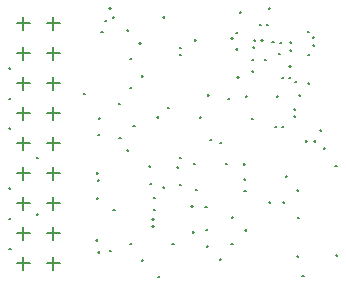
<source format=gbr>
%TF.GenerationSoftware,Altium Limited,Altium Designer,23.9.2 (47)*%
G04 Layer_Color=128*
%FSLAX45Y45*%
%MOMM*%
%TF.SameCoordinates,AC4A3DE0-5486-420A-B1FF-1F5B93080124*%
%TF.FilePolarity,Positive*%
%TF.FileFunction,Drillmap*%
%TF.Part,Single*%
G01*
G75*
%TA.AperFunction,NonConductor*%
%ADD102C,0.12700*%
D102*
X379000Y294000D02*
X489000D01*
X434000Y239000D02*
Y349000D01*
X379000Y548000D02*
X489000D01*
X434000Y493000D02*
Y603000D01*
X125000Y294000D02*
X235000D01*
X180000Y239000D02*
Y349000D01*
X125000Y548000D02*
X235000D01*
X180000Y493000D02*
Y603000D01*
X379000Y802000D02*
X489000D01*
X434000Y747000D02*
Y857000D01*
X379000Y1056000D02*
X489000D01*
X434000Y1001000D02*
Y1111000D01*
X379000Y1310000D02*
X489000D01*
X434000Y1255000D02*
Y1365000D01*
X379000Y1564000D02*
X489000D01*
X434000Y1509000D02*
Y1619000D01*
X379000Y1818000D02*
X489000D01*
X434000Y1763000D02*
Y1873000D01*
X379000Y2072000D02*
X489000D01*
X434000Y2017000D02*
Y2127000D01*
X379000Y2326000D02*
X489000D01*
X434000Y2271000D02*
Y2381000D01*
X125000Y802000D02*
X235000D01*
X180000Y747000D02*
Y857000D01*
X125000Y1056000D02*
X235000D01*
X180000Y1001000D02*
Y1111000D01*
X125000Y1310000D02*
X235000D01*
X180000Y1255000D02*
Y1365000D01*
X125000Y1564000D02*
X235000D01*
X180000Y1509000D02*
Y1619000D01*
X125000Y1818000D02*
X235000D01*
X180000Y1763000D02*
Y1873000D01*
X125000Y2072000D02*
X235000D01*
X180000Y2017000D02*
Y2127000D01*
X125000Y2326000D02*
X235000D01*
X180000Y2271000D02*
Y2381000D01*
X2590315Y2255315D02*
X2600315D01*
X2595315Y2250315D02*
Y2260315D01*
X2631618Y2210000D02*
X2641618D01*
X2636618Y2205000D02*
Y2215000D01*
X2635000Y2140000D02*
X2645000D01*
X2640000Y2135000D02*
Y2145000D01*
X1624394Y1139393D02*
X1634393D01*
X1629393Y1134393D02*
Y1144393D01*
X1505000Y1190000D02*
X1515000D01*
X1510000Y1185000D02*
Y1195000D01*
X1485986Y1107346D02*
X1495986D01*
X1490986Y1102346D02*
Y1112346D01*
X295000Y1190000D02*
X305000D01*
X300000Y1185000D02*
Y1195000D01*
X2595000Y1820000D02*
X2605000D01*
X2600000Y1815000D02*
Y1825000D01*
X1505000Y960000D02*
X1515000D01*
X1510000Y955000D02*
Y965000D01*
X1085000Y460000D02*
X1095000D01*
X1090000Y455000D02*
Y465000D01*
X1185000Y320000D02*
X1195000D01*
X1190000Y315000D02*
Y325000D01*
X695000Y1730000D02*
X705000D01*
X700000Y1725000D02*
Y1735000D01*
X989838Y1646224D02*
X999838D01*
X994838Y1641224D02*
Y1651224D01*
X2375000Y1450000D02*
X2385000D01*
X2380000Y1445000D02*
Y1455000D01*
X2136288Y2183656D02*
X2146288D01*
X2141288Y2178656D02*
Y2188656D01*
X2064996Y1709997D02*
X2074996D01*
X2069996Y1704997D02*
Y1714997D01*
X2725000Y1270000D02*
X2735000D01*
X2730000Y1265000D02*
Y1275000D01*
X2126965Y2123167D02*
X2136965D01*
X2131965Y2118167D02*
Y2128167D01*
X2119907Y1919570D02*
X2129907D01*
X2124907Y1914570D02*
Y1924570D01*
X843025Y2256789D02*
X853025D01*
X848025Y2251790D02*
Y2261789D01*
X1115000Y1460000D02*
X1125000D01*
X1120000Y1455000D02*
Y1465000D01*
X1255000Y970000D02*
X1265000D01*
X1260000Y965000D02*
Y975000D01*
X1249246Y1115754D02*
X1259246D01*
X1254246Y1110754D02*
Y1120754D01*
X802577Y846170D02*
X812577D01*
X807577Y841170D02*
Y851170D01*
X798632Y491892D02*
X808632D01*
X803632Y486892D02*
Y496892D01*
X295000Y710000D02*
X305000D01*
X300000Y705000D02*
Y715000D01*
X911197Y2454400D02*
X921197D01*
X916197Y2449400D02*
Y2459400D01*
X63494Y1944575D02*
X73494D01*
X68494Y1939575D02*
Y1949575D01*
X61973Y1689810D02*
X71973D01*
X66973Y1684810D02*
Y1694810D01*
X61973Y1437325D02*
X71973D01*
X66973Y1432325D02*
Y1442325D01*
X62734Y929314D02*
X72734D01*
X67734Y924314D02*
Y934314D01*
X61213Y673788D02*
X71213D01*
X66213Y668788D02*
Y678788D01*
X65000Y420000D02*
X75000D01*
X70000Y415000D02*
Y425000D01*
X1325000Y180000D02*
X1335000D01*
X1330000Y175000D02*
Y185000D01*
X2545000Y190000D02*
X2555000D01*
X2550000Y185000D02*
Y195000D01*
X1944999Y2199959D02*
X1954999D01*
X1949999Y2194959D02*
Y2204959D01*
X1984463Y2246418D02*
X1994463D01*
X1989463Y2241418D02*
Y2251418D01*
X2198302Y2185130D02*
X2208302D01*
X2203302Y2180130D02*
Y2190130D01*
X2120334Y2017238D02*
X2130334D01*
X2125334Y2012238D02*
Y2022238D01*
X2485358Y1832265D02*
X2495358D01*
X2490358Y1827265D02*
Y1837265D01*
X2475000Y1600000D02*
X2485000D01*
X2480000Y1595000D02*
Y1605000D01*
X2328948Y1707651D02*
X2338948D01*
X2333948Y1702651D02*
Y1712651D01*
X2261583Y2454400D02*
X2271583D01*
X2266583Y2449400D02*
Y2459400D01*
X1365000Y940000D02*
X1375000D01*
X1370000Y935000D02*
Y945000D01*
X945000Y748696D02*
X955000D01*
X950000Y743696D02*
Y753696D01*
X1085000Y2028696D02*
X1095000D01*
X1090000Y2023696D02*
Y2033696D01*
X1403560Y1610730D02*
X1413560D01*
X1408560Y1605730D02*
Y1615730D01*
X1185000Y1880000D02*
X1195000D01*
X1190000Y1875000D02*
Y1885000D01*
X1085000Y1780000D02*
X1095000D01*
X1090000Y1775000D02*
Y1785000D01*
X1275000Y670000D02*
X1285000D01*
X1280000Y665000D02*
Y675000D01*
X1275000Y610000D02*
X1285000D01*
X1280000Y605000D02*
Y615000D01*
X1061793Y2268972D02*
X1071793D01*
X1066793Y2263972D02*
Y2273972D01*
X2440783Y2165241D02*
X2450783D01*
X2445783Y2160241D02*
Y2170241D01*
X875000Y2350000D02*
X885000D01*
X880000Y2345000D02*
Y2355000D01*
X939118Y2377704D02*
X949117D01*
X944117Y2372704D02*
Y2382704D01*
X1365000Y2380000D02*
X1375000D01*
X1370000Y2375000D02*
Y2385000D01*
X1313797Y1533032D02*
X1323797D01*
X1318797Y1528032D02*
Y1538032D01*
X819640Y1522606D02*
X829640D01*
X824640Y1517606D02*
Y1527606D01*
X815780Y1384933D02*
X825780D01*
X820780Y1379933D02*
Y1389933D01*
X813744Y997965D02*
X823744D01*
X818744Y992965D02*
Y1002965D01*
X915000Y400000D02*
X925000D01*
X920000Y395000D02*
Y405000D01*
X1730000Y578425D02*
X1740000D01*
X1735000Y573425D02*
Y583425D01*
X2695000Y1420000D02*
X2705000D01*
X2700000Y1415000D02*
Y1425000D01*
X1164668Y2157572D02*
X1174668D01*
X1169668Y2152572D02*
Y2162571D01*
X1605000Y780000D02*
X1615000D01*
X1610000Y775000D02*
Y785000D01*
X1850269Y1316304D02*
X1860269D01*
X1855269Y1311304D02*
Y1321304D01*
X1947440Y684512D02*
X1957440D01*
X1952440Y679512D02*
Y689512D01*
X2829363Y362722D02*
X2839363D01*
X2834363Y357722D02*
Y367722D01*
X2500010Y352712D02*
X2510010D01*
X2505010Y347712D02*
Y357712D01*
X2505000Y680000D02*
X2515000D01*
X2510000Y675000D02*
Y685000D01*
X2501511Y911311D02*
X2511511D01*
X2506511Y906311D02*
Y916311D01*
X2825000Y1120000D02*
X2835000D01*
X2830000Y1115000D02*
Y1125000D01*
X1744999Y1719999D02*
X1754999D01*
X1749999Y1714999D02*
Y1724999D01*
X1995839Y1869999D02*
X2005839D01*
X2000839Y1864999D02*
Y1874999D01*
X2595000Y2060000D02*
X2605000D01*
X2600000Y2055000D02*
Y2065000D01*
X1632398Y2185442D02*
X1642398D01*
X1637398Y2180442D02*
Y2190442D01*
X1915000Y1690000D02*
X1925000D01*
X1920000Y1685000D02*
Y1695000D01*
X996269Y1358257D02*
X1006269D01*
X1001269Y1353257D02*
Y1363257D01*
X2015000Y2420000D02*
X2025000D01*
X2020000Y2415000D02*
Y2425000D01*
X2244679Y2313689D02*
X2254679D01*
X2249679Y2308689D02*
Y2318689D01*
X2183658Y2313714D02*
X2193658D01*
X2188658Y2308714D02*
Y2318714D01*
X1985000Y2110000D02*
X1995000D01*
X1990000Y2105000D02*
Y2115000D01*
X2115000Y1520000D02*
X2125000D01*
X2120000Y1515000D02*
Y1525000D01*
X1675000Y1530000D02*
X1685000D01*
X1680000Y1525000D02*
Y1535000D01*
X1764996Y1339997D02*
X1774996D01*
X1769996Y1334997D02*
Y1344997D01*
X1895886Y1137501D02*
X1905886D01*
X1900886Y1132501D02*
Y1142501D01*
X1285000Y750000D02*
X1295000D01*
X1290000Y745000D02*
Y755000D01*
X1285000Y850000D02*
X1295000D01*
X1290000Y845000D02*
Y855000D01*
X1060000Y1250000D02*
X1070000D01*
X1065000Y1245000D02*
Y1255000D01*
X805000Y1060000D02*
X815000D01*
X810000Y1055000D02*
Y1065000D01*
X2475000Y1540000D02*
X2485000D01*
X2480000Y1535000D02*
Y1545000D01*
X2345000Y2070000D02*
X2355000D01*
X2350000Y2065000D02*
Y2075000D01*
X2575000Y1330000D02*
X2585000D01*
X2580000Y1325000D02*
Y1335000D01*
X2049090Y1135303D02*
X2059090D01*
X2054090Y1130303D02*
Y1140303D01*
X2055000Y910000D02*
X2065000D01*
X2060000Y905000D02*
Y915000D01*
X2645000Y1330000D02*
X2655000D01*
X2650000Y1325000D02*
Y1335000D01*
X2060112Y576690D02*
X2070112D01*
X2065112Y571690D02*
Y581690D01*
X2315000Y1450000D02*
X2325000D01*
X2320000Y1445000D02*
Y1455000D01*
X2050556Y1005327D02*
X2060556D01*
X2055556Y1000327D02*
Y1010327D01*
X1445000Y460000D02*
X1455000D01*
X1450000Y455000D02*
Y465000D01*
X1845000Y330000D02*
X1855000D01*
X1850000Y325000D02*
Y335000D01*
X1945000Y460000D02*
X1955000D01*
X1950000Y455000D02*
Y465000D01*
X1735357Y440437D02*
X1745357D01*
X1740357Y435437D02*
Y445437D01*
X2516896Y1718716D02*
X2526896D01*
X2521896Y1713716D02*
Y1723716D01*
X2225000Y2020000D02*
X2235000D01*
X2230000Y2015000D02*
Y2025000D01*
X1615000Y560000D02*
X1625000D01*
X1620000Y555000D02*
Y565000D01*
X1723526Y775509D02*
X1733526D01*
X1728526Y770510D02*
Y780509D01*
X1505000Y2060000D02*
X1515000D01*
X1510000Y2055000D02*
Y2065000D01*
X1505000Y2120000D02*
X1515000D01*
X1510000Y2115000D02*
Y2125000D01*
X2435003Y1962909D02*
X2445003D01*
X2440003Y1957909D02*
Y1967909D01*
X2433995Y1865410D02*
X2443995D01*
X2438995Y1860410D02*
Y1870410D01*
X2292087Y2170001D02*
X2302087D01*
X2297087Y2165001D02*
Y2175001D01*
X2355680Y2164135D02*
X2365680D01*
X2360680Y2159135D02*
Y2169135D01*
X2373143Y1866454D02*
X2383143D01*
X2378143Y1861454D02*
Y1871454D01*
X2441412Y2097825D02*
X2451412D01*
X2446412Y2092825D02*
Y2102825D01*
X815539Y390244D02*
X825539D01*
X820539Y385244D02*
Y395244D01*
X1641820Y916820D02*
X1651820D01*
X1646820Y911820D02*
Y921820D01*
X2265000Y810000D02*
X2275000D01*
X2270000Y805000D02*
Y815000D01*
X2405000Y1030000D02*
X2415000D01*
X2410000Y1025000D02*
Y1035000D01*
X2381147Y810321D02*
X2391147D01*
X2386147Y805321D02*
Y815321D01*
%TF.MD5,95698ce2ef5ebfce814a38e0fd6e535c*%
M02*

</source>
